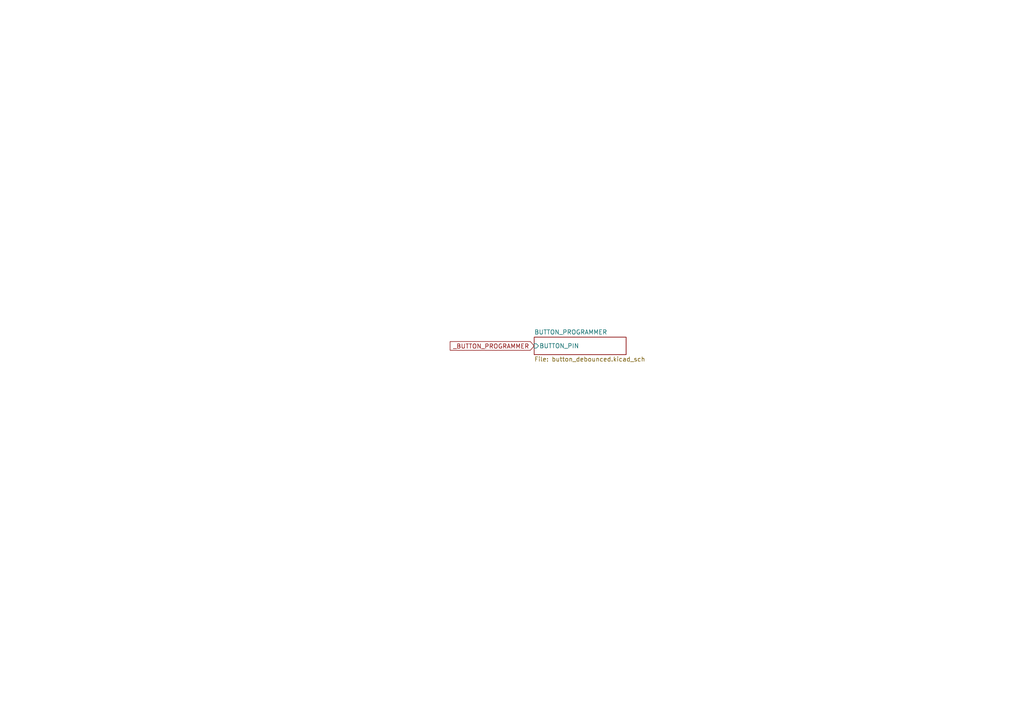
<source format=kicad_sch>
(kicad_sch (version 20230121) (generator eeschema)
  (paper "A4")
  (lib_symbols)
  (global_label "_BUTTON_PROGRAMMER" (shape input) (at 154.94 100.33 180) (property "Intersheetrefs" "${INTERSHEET_REFS}" (effects hide)))
  (sheet (at 154.94 97.79) (size 26.67 5.08) (stroke (width 0.1524))
    (property "Sheetname" "BUTTON_PROGRAMMER" (at 154.94 97.0784 0) (effects (justify left bottom)))
    (property "Sheetfile" "button_debounced.kicad_sch" (at 154.94 103.4546 0) (effects (justify left top)))
    (pin "BUTTON_PIN" input (at 154.94 100.33 180))
  )
)
</source>
